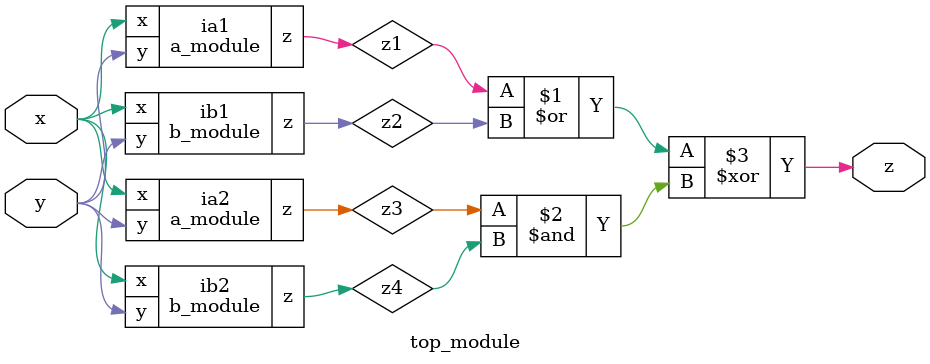
<source format=v>
module a_module (input x, input y, output z);
    assign z = (x^y)&x;
endmodule
module b_module ( input x, input y, output z );
    assign z = !(x^y);
endmodule

module top_module (input x, input y, output z);
	wire z1, z2, z3, z4;
    a_module ia1(x,y,z1);
    b_module ib1(x,y,z2);
    a_module ia2(x,y,z3);
    b_module ib2(x,y,z4);
    assign z = (z1|z2)^(z3&z4);
endmodule

</source>
